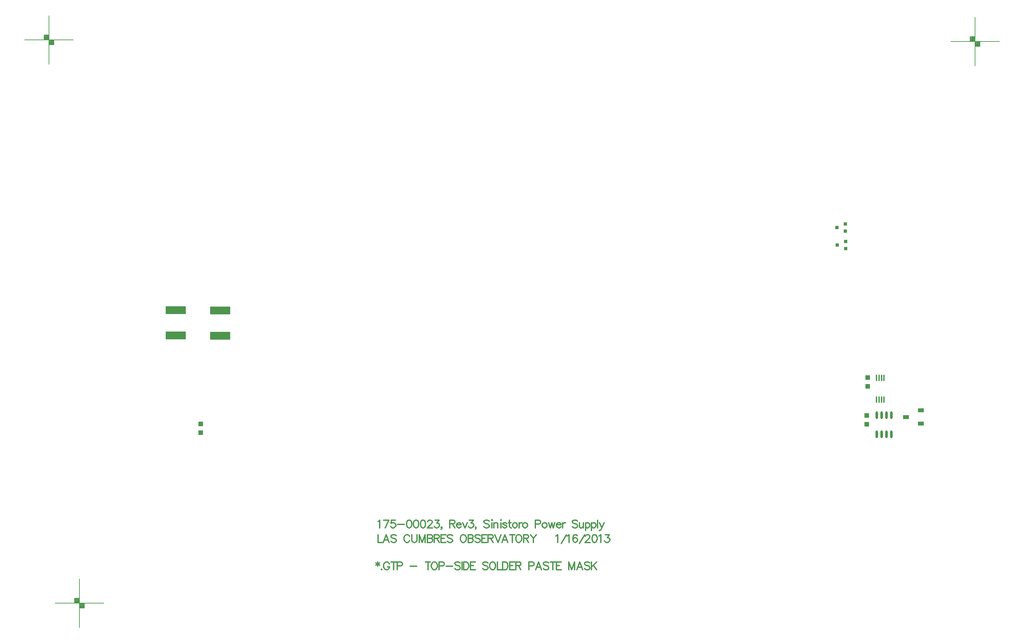
<source format=gtp>
%FSLAX23Y23*%
%MOIN*%
G70*
G01*
G75*
G04 Layer_Color=8421504*
%ADD10O,0.024X0.079*%
%ADD11R,0.209X0.079*%
%ADD12O,0.014X0.067*%
%ADD13R,0.059X0.039*%
%ADD14R,0.036X0.036*%
%ADD15R,0.050X0.050*%
%ADD16C,0.050*%
%ADD17C,0.007*%
%ADD18C,0.010*%
%ADD19C,0.025*%
%ADD20C,0.100*%
%ADD21C,0.020*%
%ADD22C,0.012*%
%ADD23C,0.008*%
%ADD24C,0.012*%
%ADD25C,0.012*%
%ADD26C,0.100*%
%ADD27R,0.100X0.100*%
%ADD28R,0.100X0.100*%
%ADD29C,0.020*%
%ADD30R,0.063X0.063*%
%ADD31C,0.063*%
%ADD32C,0.070*%
%ADD33C,0.079*%
%ADD34R,0.110X0.110*%
%ADD35C,0.110*%
%ADD36C,0.080*%
%ADD37C,0.065*%
%ADD38C,0.059*%
%ADD39R,0.059X0.059*%
%ADD40R,0.059X0.059*%
%ADD41C,0.120*%
%ADD42R,0.120X0.120*%
%ADD43R,0.079X0.079*%
%ADD44R,0.079X0.079*%
%ADD45C,0.157*%
%ADD46C,0.197*%
%ADD47C,0.024*%
%ADD48C,0.050*%
%ADD49C,0.040*%
%ADD50C,0.005*%
G04:AMPARAMS|DCode=51|XSize=120mil|YSize=120mil|CornerRadius=0mil|HoleSize=0mil|Usage=FLASHONLY|Rotation=0.000|XOffset=0mil|YOffset=0mil|HoleType=Round|Shape=Relief|Width=10mil|Gap=10mil|Entries=4|*
%AMTHD51*
7,0,0,0.120,0.100,0.010,45*
%
%ADD51THD51*%
%ADD52C,0.059*%
%ADD53C,0.060*%
%ADD54C,0.067*%
%ADD55C,0.091*%
%ADD56C,0.072*%
%ADD57C,0.170*%
G04:AMPARAMS|DCode=58|XSize=112mil|YSize=112mil|CornerRadius=0mil|HoleSize=0mil|Usage=FLASHONLY|Rotation=0.000|XOffset=0mil|YOffset=0mil|HoleType=Round|Shape=Relief|Width=10mil|Gap=10mil|Entries=4|*
%AMTHD58*
7,0,0,0.112,0.092,0.010,45*
%
%ADD58THD58*%
%ADD59C,0.059*%
%ADD60C,0.055*%
%ADD61C,0.090*%
G04:AMPARAMS|DCode=62|XSize=95.433mil|YSize=95.433mil|CornerRadius=0mil|HoleSize=0mil|Usage=FLASHONLY|Rotation=0.000|XOffset=0mil|YOffset=0mil|HoleType=Round|Shape=Relief|Width=10mil|Gap=10mil|Entries=4|*
%AMTHD62*
7,0,0,0.095,0.075,0.010,45*
%
%ADD62THD62*%
G04:AMPARAMS|DCode=63|XSize=107.244mil|YSize=107.244mil|CornerRadius=0mil|HoleSize=0mil|Usage=FLASHONLY|Rotation=0.000|XOffset=0mil|YOffset=0mil|HoleType=Round|Shape=Relief|Width=10mil|Gap=10mil|Entries=4|*
%AMTHD63*
7,0,0,0.107,0.087,0.010,45*
%
%ADD63THD63*%
%ADD64C,0.030*%
G04:AMPARAMS|DCode=65|XSize=100mil|YSize=100mil|CornerRadius=0mil|HoleSize=0mil|Usage=FLASHONLY|Rotation=0.000|XOffset=0mil|YOffset=0mil|HoleType=Round|Shape=Relief|Width=10mil|Gap=10mil|Entries=4|*
%AMTHD65*
7,0,0,0.100,0.080,0.010,45*
%
%ADD65THD65*%
%ADD66C,0.186*%
%ADD67C,0.125*%
%ADD68C,0.048*%
G04:AMPARAMS|DCode=69|XSize=88mil|YSize=88mil|CornerRadius=0mil|HoleSize=0mil|Usage=FLASHONLY|Rotation=0.000|XOffset=0mil|YOffset=0mil|HoleType=Round|Shape=Relief|Width=10mil|Gap=10mil|Entries=4|*
%AMTHD69*
7,0,0,0.088,0.068,0.010,45*
%
%ADD69THD69*%
G04:AMPARAMS|DCode=70|XSize=70mil|YSize=70mil|CornerRadius=0mil|HoleSize=0mil|Usage=FLASHONLY|Rotation=0.000|XOffset=0mil|YOffset=0mil|HoleType=Round|Shape=Relief|Width=10mil|Gap=10mil|Entries=4|*
%AMTHD70*
7,0,0,0.070,0.050,0.010,45*
%
%ADD70THD70*%
%ADD71C,0.008*%
G04:AMPARAMS|DCode=72|XSize=99.37mil|YSize=99.37mil|CornerRadius=0mil|HoleSize=0mil|Usage=FLASHONLY|Rotation=0.000|XOffset=0mil|YOffset=0mil|HoleType=Round|Shape=Relief|Width=10mil|Gap=10mil|Entries=4|*
%AMTHD72*
7,0,0,0.099,0.079,0.010,45*
%
%ADD72THD72*%
%ADD73R,0.075X0.037*%
%ADD74R,0.272X0.268*%
%ADD75R,0.035X0.037*%
%ADD76R,0.035X0.037*%
%ADD77R,0.102X0.094*%
%ADD78R,0.063X0.075*%
%ADD79R,0.050X0.050*%
%ADD80O,0.028X0.098*%
%ADD81R,0.036X0.032*%
%ADD82R,0.150X0.106*%
%ADD83R,0.036X0.036*%
%ADD84R,0.037X0.075*%
%ADD85R,0.268X0.272*%
%ADD86R,0.079X0.209*%
%ADD87R,0.032X0.036*%
%ADD88C,0.010*%
%ADD89C,0.020*%
%ADD90C,0.024*%
%ADD91C,0.010*%
%ADD92C,0.030*%
%ADD93C,0.015*%
%ADD94C,0.007*%
%ADD95C,0.006*%
%ADD96C,0.012*%
%ADD97C,0.006*%
%ADD98R,0.257X0.184*%
%ADD99R,0.043X0.008*%
D10*
X25086Y15811D02*
D03*
X25136D02*
D03*
X25186D02*
D03*
X25236D02*
D03*
X25086Y16008D02*
D03*
X25136D02*
D03*
X25186D02*
D03*
X25236D02*
D03*
D11*
X17879Y16829D02*
D03*
Y17089D02*
D03*
X18336Y16825D02*
D03*
Y17085D02*
D03*
D12*
X25083Y16168D02*
D03*
X25109D02*
D03*
X25134D02*
D03*
X25160D02*
D03*
X25083Y16392D02*
D03*
X25109D02*
D03*
X25134D02*
D03*
X25160D02*
D03*
D13*
X25538Y15921D02*
D03*
X25385Y15990D02*
D03*
X25538Y16059D02*
D03*
D14*
X24763Y17976D02*
D03*
X24677Y17939D02*
D03*
X24763Y17902D02*
D03*
X24764Y17723D02*
D03*
X24678Y17760D02*
D03*
X24764Y17797D02*
D03*
D15*
X18136Y15920D02*
D03*
Y15830D02*
D03*
X24991Y16395D02*
D03*
Y16305D02*
D03*
X24981Y16005D02*
D03*
Y15915D02*
D03*
D23*
X16640Y14077D02*
X17140D01*
X16890Y13827D02*
Y14327D01*
X16840Y14077D02*
Y14127D01*
X16890D01*
X16940Y14027D02*
Y14077D01*
X16890Y14027D02*
X16940D01*
X16895Y14072D02*
X16935D01*
Y14032D02*
Y14072D01*
X16895Y14032D02*
X16935D01*
X16895D02*
Y14072D01*
X16900Y14067D02*
X16930D01*
Y14037D02*
Y14067D01*
X16900Y14037D02*
X16930D01*
X16900D02*
Y14062D01*
X16905D02*
X16925D01*
Y14042D02*
Y14062D01*
X16905Y14042D02*
X16925D01*
X16905D02*
Y14057D01*
X16910D02*
X16920D01*
Y14047D02*
Y14057D01*
X16910Y14047D02*
X16920D01*
X16910D02*
Y14057D01*
Y14052D02*
X16920D01*
X16845Y14122D02*
X16885D01*
Y14082D02*
Y14122D01*
X16845Y14082D02*
X16885D01*
X16845D02*
Y14122D01*
X16850Y14117D02*
X16880D01*
Y14087D02*
Y14117D01*
X16850Y14087D02*
X16880D01*
X16850D02*
Y14112D01*
X16855D02*
X16875D01*
Y14092D02*
Y14112D01*
X16855Y14092D02*
X16875D01*
X16855D02*
Y14107D01*
X16860D02*
X16870D01*
Y14097D02*
Y14107D01*
X16860Y14097D02*
X16870D01*
X16860D02*
Y14107D01*
Y14102D02*
X16870D01*
X16327Y19868D02*
X16827D01*
X16577Y19618D02*
Y20118D01*
X16527Y19868D02*
Y19918D01*
X16577D01*
X16627Y19818D02*
Y19868D01*
X16577Y19818D02*
X16627D01*
X16582Y19863D02*
X16622D01*
Y19823D02*
Y19863D01*
X16582Y19823D02*
X16622D01*
X16582D02*
Y19863D01*
X16587Y19858D02*
X16617D01*
Y19828D02*
Y19858D01*
X16587Y19828D02*
X16617D01*
X16587D02*
Y19853D01*
X16592D02*
X16612D01*
Y19833D02*
Y19853D01*
X16592Y19833D02*
X16612D01*
X16592D02*
Y19848D01*
X16597D02*
X16607D01*
Y19838D02*
Y19848D01*
X16597Y19838D02*
X16607D01*
X16597D02*
Y19848D01*
Y19843D02*
X16607D01*
X16532Y19913D02*
X16572D01*
Y19873D02*
Y19913D01*
X16532Y19873D02*
X16572D01*
X16532D02*
Y19913D01*
X16537Y19908D02*
X16567D01*
Y19878D02*
Y19908D01*
X16537Y19878D02*
X16567D01*
X16537D02*
Y19903D01*
X16542D02*
X16562D01*
Y19883D02*
Y19903D01*
X16542Y19883D02*
X16562D01*
X16542D02*
Y19898D01*
X16547D02*
X16557D01*
Y19888D02*
Y19898D01*
X16547Y19888D02*
X16557D01*
X16547D02*
Y19898D01*
Y19893D02*
X16557D01*
X25846Y19852D02*
X26346D01*
X26096Y19602D02*
Y20102D01*
X26046Y19852D02*
Y19902D01*
X26096D01*
X26146Y19802D02*
Y19852D01*
X26096Y19802D02*
X26146D01*
X26101Y19847D02*
X26141D01*
Y19807D02*
Y19847D01*
X26101Y19807D02*
X26141D01*
X26101D02*
Y19847D01*
X26106Y19842D02*
X26136D01*
Y19812D02*
Y19842D01*
X26106Y19812D02*
X26136D01*
X26106D02*
Y19837D01*
X26111D02*
X26131D01*
Y19817D02*
Y19837D01*
X26111Y19817D02*
X26131D01*
X26111D02*
Y19832D01*
X26116D02*
X26126D01*
Y19822D02*
Y19832D01*
X26116Y19822D02*
X26126D01*
X26116D02*
Y19832D01*
Y19827D02*
X26126D01*
X26051Y19897D02*
X26091D01*
Y19857D02*
Y19897D01*
X26051Y19857D02*
X26091D01*
X26051D02*
Y19897D01*
X26056Y19892D02*
X26086D01*
Y19862D02*
Y19892D01*
X26056Y19862D02*
X26086D01*
X26056D02*
Y19887D01*
X26061D02*
X26081D01*
Y19867D02*
Y19887D01*
X26061Y19867D02*
X26081D01*
X26061D02*
Y19882D01*
X26066D02*
X26076D01*
Y19872D02*
Y19882D01*
X26066Y19872D02*
X26076D01*
X26066D02*
Y19882D01*
Y19877D02*
X26076D01*
D24*
X19956Y14499D02*
Y14454D01*
X19937Y14488D02*
X19975Y14465D01*
Y14488D02*
X19937Y14465D01*
X19995Y14427D02*
X19991Y14423D01*
X19995Y14419D01*
X19999Y14423D01*
X19995Y14427D01*
X20074Y14480D02*
X20070Y14488D01*
X20062Y14496D01*
X20055Y14499D01*
X20039D01*
X20032Y14496D01*
X20024Y14488D01*
X20020Y14480D01*
X20017Y14469D01*
Y14450D01*
X20020Y14439D01*
X20024Y14431D01*
X20032Y14423D01*
X20039Y14419D01*
X20055D01*
X20062Y14423D01*
X20070Y14431D01*
X20074Y14439D01*
Y14450D01*
X20055D02*
X20074D01*
X20119Y14499D02*
Y14419D01*
X20092Y14499D02*
X20145D01*
X20155Y14458D02*
X20189D01*
X20201Y14461D01*
X20204Y14465D01*
X20208Y14473D01*
Y14484D01*
X20204Y14492D01*
X20201Y14496D01*
X20189Y14499D01*
X20155D01*
Y14419D01*
X20289Y14454D02*
X20357D01*
X20471Y14499D02*
Y14419D01*
X20444Y14499D02*
X20497D01*
X20530D02*
X20522Y14496D01*
X20514Y14488D01*
X20511Y14480D01*
X20507Y14469D01*
Y14450D01*
X20511Y14439D01*
X20514Y14431D01*
X20522Y14423D01*
X20530Y14419D01*
X20545D01*
X20553Y14423D01*
X20560Y14431D01*
X20564Y14439D01*
X20568Y14450D01*
Y14469D01*
X20564Y14480D01*
X20560Y14488D01*
X20553Y14496D01*
X20545Y14499D01*
X20530D01*
X20586Y14458D02*
X20621D01*
X20632Y14461D01*
X20636Y14465D01*
X20640Y14473D01*
Y14484D01*
X20636Y14492D01*
X20632Y14496D01*
X20621Y14499D01*
X20586D01*
Y14419D01*
X20658Y14454D02*
X20726D01*
X20803Y14488D02*
X20795Y14496D01*
X20784Y14499D01*
X20769D01*
X20757Y14496D01*
X20750Y14488D01*
Y14480D01*
X20754Y14473D01*
X20757Y14469D01*
X20765Y14465D01*
X20788Y14458D01*
X20795Y14454D01*
X20799Y14450D01*
X20803Y14442D01*
Y14431D01*
X20795Y14423D01*
X20784Y14419D01*
X20769D01*
X20757Y14423D01*
X20750Y14431D01*
X20821Y14499D02*
Y14419D01*
X20838Y14499D02*
Y14419D01*
Y14499D02*
X20864D01*
X20876Y14496D01*
X20883Y14488D01*
X20887Y14480D01*
X20891Y14469D01*
Y14450D01*
X20887Y14439D01*
X20883Y14431D01*
X20876Y14423D01*
X20864Y14419D01*
X20838D01*
X20959Y14499D02*
X20909D01*
Y14419D01*
X20959D01*
X20909Y14461D02*
X20939D01*
X21088Y14488D02*
X21080Y14496D01*
X21069Y14499D01*
X21054D01*
X21042Y14496D01*
X21035Y14488D01*
Y14480D01*
X21038Y14473D01*
X21042Y14469D01*
X21050Y14465D01*
X21073Y14458D01*
X21080Y14454D01*
X21084Y14450D01*
X21088Y14442D01*
Y14431D01*
X21080Y14423D01*
X21069Y14419D01*
X21054D01*
X21042Y14423D01*
X21035Y14431D01*
X21129Y14499D02*
X21121Y14496D01*
X21114Y14488D01*
X21110Y14480D01*
X21106Y14469D01*
Y14450D01*
X21110Y14439D01*
X21114Y14431D01*
X21121Y14423D01*
X21129Y14419D01*
X21144D01*
X21152Y14423D01*
X21159Y14431D01*
X21163Y14439D01*
X21167Y14450D01*
Y14469D01*
X21163Y14480D01*
X21159Y14488D01*
X21152Y14496D01*
X21144Y14499D01*
X21129D01*
X21186D02*
Y14419D01*
X21231D01*
X21240Y14499D02*
Y14419D01*
Y14499D02*
X21267D01*
X21278Y14496D01*
X21286Y14488D01*
X21289Y14480D01*
X21293Y14469D01*
Y14450D01*
X21289Y14439D01*
X21286Y14431D01*
X21278Y14423D01*
X21267Y14419D01*
X21240D01*
X21361Y14499D02*
X21311D01*
Y14419D01*
X21361D01*
X21311Y14461D02*
X21342D01*
X21374Y14499D02*
Y14419D01*
Y14499D02*
X21408D01*
X21420Y14496D01*
X21424Y14492D01*
X21427Y14484D01*
Y14477D01*
X21424Y14469D01*
X21420Y14465D01*
X21408Y14461D01*
X21374D01*
X21401D02*
X21427Y14419D01*
X21508Y14458D02*
X21542D01*
X21554Y14461D01*
X21558Y14465D01*
X21561Y14473D01*
Y14484D01*
X21558Y14492D01*
X21554Y14496D01*
X21542Y14499D01*
X21508D01*
Y14419D01*
X21640D02*
X21610Y14499D01*
X21579Y14419D01*
X21591Y14446D02*
X21629D01*
X21712Y14488D02*
X21705Y14496D01*
X21693Y14499D01*
X21678D01*
X21667Y14496D01*
X21659Y14488D01*
Y14480D01*
X21663Y14473D01*
X21667Y14469D01*
X21674Y14465D01*
X21697Y14458D01*
X21705Y14454D01*
X21708Y14450D01*
X21712Y14442D01*
Y14431D01*
X21705Y14423D01*
X21693Y14419D01*
X21678D01*
X21667Y14423D01*
X21659Y14431D01*
X21757Y14499D02*
Y14419D01*
X21730Y14499D02*
X21783D01*
X21843D02*
X21793D01*
Y14419D01*
X21843D01*
X21793Y14461D02*
X21823D01*
X21919Y14499D02*
Y14419D01*
Y14499D02*
X21949Y14419D01*
X21980Y14499D02*
X21949Y14419D01*
X21980Y14499D02*
Y14419D01*
X22063D02*
X22033Y14499D01*
X22002Y14419D01*
X22014Y14446D02*
X22052D01*
X22135Y14488D02*
X22128Y14496D01*
X22116Y14499D01*
X22101D01*
X22090Y14496D01*
X22082Y14488D01*
Y14480D01*
X22086Y14473D01*
X22090Y14469D01*
X22097Y14465D01*
X22120Y14458D01*
X22128Y14454D01*
X22132Y14450D01*
X22135Y14442D01*
Y14431D01*
X22128Y14423D01*
X22116Y14419D01*
X22101D01*
X22090Y14423D01*
X22082Y14431D01*
X22153Y14499D02*
Y14419D01*
X22207Y14499D02*
X22153Y14446D01*
X22172Y14465D02*
X22207Y14419D01*
X19958Y14915D02*
X19966Y14919D01*
X19977Y14930D01*
Y14850D01*
X20070Y14930D02*
X20032Y14850D01*
X20017Y14930D02*
X20070D01*
X20134D02*
X20096D01*
X20092Y14896D01*
X20096Y14900D01*
X20107Y14903D01*
X20118D01*
X20130Y14900D01*
X20137Y14892D01*
X20141Y14881D01*
Y14873D01*
X20137Y14861D01*
X20130Y14854D01*
X20118Y14850D01*
X20107D01*
X20096Y14854D01*
X20092Y14858D01*
X20088Y14865D01*
X20159Y14884D02*
X20228D01*
X20274Y14930D02*
X20263Y14926D01*
X20255Y14915D01*
X20251Y14896D01*
Y14884D01*
X20255Y14865D01*
X20263Y14854D01*
X20274Y14850D01*
X20282D01*
X20293Y14854D01*
X20301Y14865D01*
X20305Y14884D01*
Y14896D01*
X20301Y14915D01*
X20293Y14926D01*
X20282Y14930D01*
X20274D01*
X20345D02*
X20334Y14926D01*
X20326Y14915D01*
X20323Y14896D01*
Y14884D01*
X20326Y14865D01*
X20334Y14854D01*
X20345Y14850D01*
X20353D01*
X20364Y14854D01*
X20372Y14865D01*
X20376Y14884D01*
Y14896D01*
X20372Y14915D01*
X20364Y14926D01*
X20353Y14930D01*
X20345D01*
X20417D02*
X20405Y14926D01*
X20398Y14915D01*
X20394Y14896D01*
Y14884D01*
X20398Y14865D01*
X20405Y14854D01*
X20417Y14850D01*
X20424D01*
X20436Y14854D01*
X20443Y14865D01*
X20447Y14884D01*
Y14896D01*
X20443Y14915D01*
X20436Y14926D01*
X20424Y14930D01*
X20417D01*
X20469Y14911D02*
Y14915D01*
X20473Y14922D01*
X20476Y14926D01*
X20484Y14930D01*
X20499D01*
X20507Y14926D01*
X20511Y14922D01*
X20515Y14915D01*
Y14907D01*
X20511Y14900D01*
X20503Y14888D01*
X20465Y14850D01*
X20518D01*
X20544Y14930D02*
X20586D01*
X20563Y14900D01*
X20574D01*
X20582Y14896D01*
X20586Y14892D01*
X20590Y14881D01*
Y14873D01*
X20586Y14861D01*
X20578Y14854D01*
X20567Y14850D01*
X20555D01*
X20544Y14854D01*
X20540Y14858D01*
X20536Y14865D01*
X20615Y14854D02*
X20611Y14850D01*
X20607Y14854D01*
X20611Y14858D01*
X20615Y14854D01*
Y14846D01*
X20611Y14839D01*
X20607Y14835D01*
X20695Y14930D02*
Y14850D01*
Y14930D02*
X20730D01*
X20741Y14926D01*
X20745Y14922D01*
X20749Y14915D01*
Y14907D01*
X20745Y14900D01*
X20741Y14896D01*
X20730Y14892D01*
X20695D01*
X20722D02*
X20749Y14850D01*
X20767Y14881D02*
X20812D01*
Y14888D01*
X20809Y14896D01*
X20805Y14900D01*
X20797Y14903D01*
X20786D01*
X20778Y14900D01*
X20770Y14892D01*
X20767Y14881D01*
Y14873D01*
X20770Y14861D01*
X20778Y14854D01*
X20786Y14850D01*
X20797D01*
X20805Y14854D01*
X20812Y14861D01*
X20829Y14903D02*
X20852Y14850D01*
X20875Y14903D02*
X20852Y14850D01*
X20896Y14930D02*
X20938D01*
X20915Y14900D01*
X20926D01*
X20934Y14896D01*
X20938Y14892D01*
X20941Y14881D01*
Y14873D01*
X20938Y14861D01*
X20930Y14854D01*
X20919Y14850D01*
X20907D01*
X20896Y14854D01*
X20892Y14858D01*
X20888Y14865D01*
X20967Y14854D02*
X20963Y14850D01*
X20959Y14854D01*
X20963Y14858D01*
X20967Y14854D01*
Y14846D01*
X20963Y14839D01*
X20959Y14835D01*
X21101Y14919D02*
X21093Y14926D01*
X21082Y14930D01*
X21066D01*
X21055Y14926D01*
X21047Y14919D01*
Y14911D01*
X21051Y14903D01*
X21055Y14900D01*
X21063Y14896D01*
X21085Y14888D01*
X21093Y14884D01*
X21097Y14881D01*
X21101Y14873D01*
Y14861D01*
X21093Y14854D01*
X21082Y14850D01*
X21066D01*
X21055Y14854D01*
X21047Y14861D01*
X21126Y14930D02*
X21130Y14926D01*
X21134Y14930D01*
X21130Y14934D01*
X21126Y14930D01*
X21130Y14903D02*
Y14850D01*
X21148Y14903D02*
Y14850D01*
Y14888D02*
X21159Y14900D01*
X21167Y14903D01*
X21178D01*
X21186Y14900D01*
X21190Y14888D01*
Y14850D01*
X21218Y14930D02*
X21222Y14926D01*
X21226Y14930D01*
X21222Y14934D01*
X21218Y14930D01*
X21222Y14903D02*
Y14850D01*
X21282Y14892D02*
X21278Y14900D01*
X21267Y14903D01*
X21255D01*
X21244Y14900D01*
X21240Y14892D01*
X21244Y14884D01*
X21251Y14881D01*
X21271Y14877D01*
X21278Y14873D01*
X21282Y14865D01*
Y14861D01*
X21278Y14854D01*
X21267Y14850D01*
X21255D01*
X21244Y14854D01*
X21240Y14861D01*
X21310Y14930D02*
Y14865D01*
X21314Y14854D01*
X21322Y14850D01*
X21329D01*
X21299Y14903D02*
X21325D01*
X21360D02*
X21352Y14900D01*
X21344Y14892D01*
X21341Y14881D01*
Y14873D01*
X21344Y14861D01*
X21352Y14854D01*
X21360Y14850D01*
X21371D01*
X21379Y14854D01*
X21386Y14861D01*
X21390Y14873D01*
Y14881D01*
X21386Y14892D01*
X21379Y14900D01*
X21371Y14903D01*
X21360D01*
X21408D02*
Y14850D01*
Y14881D02*
X21411Y14892D01*
X21419Y14900D01*
X21427Y14903D01*
X21438D01*
X21464D02*
X21457Y14900D01*
X21449Y14892D01*
X21445Y14881D01*
Y14873D01*
X21449Y14861D01*
X21457Y14854D01*
X21464Y14850D01*
X21476D01*
X21483Y14854D01*
X21491Y14861D01*
X21495Y14873D01*
Y14881D01*
X21491Y14892D01*
X21483Y14900D01*
X21476Y14903D01*
X21464D01*
X21575Y14888D02*
X21610D01*
X21621Y14892D01*
X21625Y14896D01*
X21629Y14903D01*
Y14915D01*
X21625Y14922D01*
X21621Y14926D01*
X21610Y14930D01*
X21575D01*
Y14850D01*
X21665Y14903D02*
X21658Y14900D01*
X21650Y14892D01*
X21646Y14881D01*
Y14873D01*
X21650Y14861D01*
X21658Y14854D01*
X21665Y14850D01*
X21677D01*
X21685Y14854D01*
X21692Y14861D01*
X21696Y14873D01*
Y14881D01*
X21692Y14892D01*
X21685Y14900D01*
X21677Y14903D01*
X21665D01*
X21713D02*
X21729Y14850D01*
X21744Y14903D02*
X21729Y14850D01*
X21744Y14903D02*
X21759Y14850D01*
X21774Y14903D02*
X21759Y14850D01*
X21793Y14881D02*
X21839D01*
Y14888D01*
X21835Y14896D01*
X21831Y14900D01*
X21824Y14903D01*
X21812D01*
X21805Y14900D01*
X21797Y14892D01*
X21793Y14881D01*
Y14873D01*
X21797Y14861D01*
X21805Y14854D01*
X21812Y14850D01*
X21824D01*
X21831Y14854D01*
X21839Y14861D01*
X21856Y14903D02*
Y14850D01*
Y14881D02*
X21860Y14892D01*
X21867Y14900D01*
X21875Y14903D01*
X21886D01*
X22010Y14919D02*
X22002Y14926D01*
X21991Y14930D01*
X21976D01*
X21964Y14926D01*
X21956Y14919D01*
Y14911D01*
X21960Y14903D01*
X21964Y14900D01*
X21972Y14896D01*
X21995Y14888D01*
X22002Y14884D01*
X22006Y14881D01*
X22010Y14873D01*
Y14861D01*
X22002Y14854D01*
X21991Y14850D01*
X21976D01*
X21964Y14854D01*
X21956Y14861D01*
X22028Y14903D02*
Y14865D01*
X22032Y14854D01*
X22039Y14850D01*
X22051D01*
X22058Y14854D01*
X22070Y14865D01*
Y14903D02*
Y14850D01*
X22091Y14903D02*
Y14823D01*
Y14892D02*
X22098Y14900D01*
X22106Y14903D01*
X22117D01*
X22125Y14900D01*
X22132Y14892D01*
X22136Y14881D01*
Y14873D01*
X22132Y14861D01*
X22125Y14854D01*
X22117Y14850D01*
X22106D01*
X22098Y14854D01*
X22091Y14861D01*
X22153Y14903D02*
Y14823D01*
Y14892D02*
X22161Y14900D01*
X22169Y14903D01*
X22180D01*
X22188Y14900D01*
X22195Y14892D01*
X22199Y14881D01*
Y14873D01*
X22195Y14861D01*
X22188Y14854D01*
X22180Y14850D01*
X22169D01*
X22161Y14854D01*
X22153Y14861D01*
X22216Y14930D02*
Y14850D01*
X22237Y14903D02*
X22260Y14850D01*
X22283Y14903D02*
X22260Y14850D01*
X22252Y14835D01*
X22244Y14827D01*
X22237Y14823D01*
X22233D01*
D25*
X19958Y14780D02*
Y14700D01*
X20004D01*
X20073D02*
X20043Y14780D01*
X20013Y14700D01*
X20024Y14727D02*
X20062D01*
X20145Y14769D02*
X20138Y14776D01*
X20126Y14780D01*
X20111D01*
X20100Y14776D01*
X20092Y14769D01*
Y14761D01*
X20096Y14753D01*
X20100Y14750D01*
X20107Y14746D01*
X20130Y14738D01*
X20138Y14734D01*
X20142Y14731D01*
X20145Y14723D01*
Y14711D01*
X20138Y14704D01*
X20126Y14700D01*
X20111D01*
X20100Y14704D01*
X20092Y14711D01*
X20283Y14761D02*
X20280Y14769D01*
X20272Y14776D01*
X20264Y14780D01*
X20249D01*
X20241Y14776D01*
X20234Y14769D01*
X20230Y14761D01*
X20226Y14750D01*
Y14731D01*
X20230Y14719D01*
X20234Y14711D01*
X20241Y14704D01*
X20249Y14700D01*
X20264D01*
X20272Y14704D01*
X20280Y14711D01*
X20283Y14719D01*
X20306Y14780D02*
Y14723D01*
X20310Y14711D01*
X20317Y14704D01*
X20329Y14700D01*
X20336D01*
X20348Y14704D01*
X20355Y14711D01*
X20359Y14723D01*
Y14780D01*
X20381D02*
Y14700D01*
Y14780D02*
X20412Y14700D01*
X20442Y14780D02*
X20412Y14700D01*
X20442Y14780D02*
Y14700D01*
X20465Y14780D02*
Y14700D01*
Y14780D02*
X20499D01*
X20511Y14776D01*
X20515Y14772D01*
X20518Y14765D01*
Y14757D01*
X20515Y14750D01*
X20511Y14746D01*
X20499Y14742D01*
X20465D02*
X20499D01*
X20511Y14738D01*
X20515Y14734D01*
X20518Y14727D01*
Y14715D01*
X20515Y14708D01*
X20511Y14704D01*
X20499Y14700D01*
X20465D01*
X20536Y14780D02*
Y14700D01*
Y14780D02*
X20570D01*
X20582Y14776D01*
X20586Y14772D01*
X20590Y14765D01*
Y14757D01*
X20586Y14750D01*
X20582Y14746D01*
X20570Y14742D01*
X20536D01*
X20563D02*
X20590Y14700D01*
X20657Y14780D02*
X20607D01*
Y14700D01*
X20657D01*
X20607Y14742D02*
X20638D01*
X20724Y14769D02*
X20716Y14776D01*
X20705Y14780D01*
X20689D01*
X20678Y14776D01*
X20670Y14769D01*
Y14761D01*
X20674Y14753D01*
X20678Y14750D01*
X20686Y14746D01*
X20708Y14738D01*
X20716Y14734D01*
X20720Y14731D01*
X20724Y14723D01*
Y14711D01*
X20716Y14704D01*
X20705Y14700D01*
X20689D01*
X20678Y14704D01*
X20670Y14711D01*
X20827Y14780D02*
X20820Y14776D01*
X20812Y14769D01*
X20808Y14761D01*
X20804Y14750D01*
Y14731D01*
X20808Y14719D01*
X20812Y14711D01*
X20820Y14704D01*
X20827Y14700D01*
X20842D01*
X20850Y14704D01*
X20858Y14711D01*
X20861Y14719D01*
X20865Y14731D01*
Y14750D01*
X20861Y14761D01*
X20858Y14769D01*
X20850Y14776D01*
X20842Y14780D01*
X20827D01*
X20884D02*
Y14700D01*
Y14780D02*
X20918D01*
X20930Y14776D01*
X20933Y14772D01*
X20937Y14765D01*
Y14757D01*
X20933Y14750D01*
X20930Y14746D01*
X20918Y14742D01*
X20884D02*
X20918D01*
X20930Y14738D01*
X20933Y14734D01*
X20937Y14727D01*
Y14715D01*
X20933Y14708D01*
X20930Y14704D01*
X20918Y14700D01*
X20884D01*
X21008Y14769D02*
X21001Y14776D01*
X20989Y14780D01*
X20974D01*
X20963Y14776D01*
X20955Y14769D01*
Y14761D01*
X20959Y14753D01*
X20963Y14750D01*
X20970Y14746D01*
X20993Y14738D01*
X21001Y14734D01*
X21005Y14731D01*
X21008Y14723D01*
Y14711D01*
X21001Y14704D01*
X20989Y14700D01*
X20974D01*
X20963Y14704D01*
X20955Y14711D01*
X21076Y14780D02*
X21026D01*
Y14700D01*
X21076D01*
X21026Y14742D02*
X21057D01*
X21089Y14780D02*
Y14700D01*
Y14780D02*
X21124D01*
X21135Y14776D01*
X21139Y14772D01*
X21143Y14765D01*
Y14757D01*
X21139Y14750D01*
X21135Y14746D01*
X21124Y14742D01*
X21089D01*
X21116D02*
X21143Y14700D01*
X21160Y14780D02*
X21191Y14700D01*
X21221Y14780D02*
X21191Y14700D01*
X21293D02*
X21262Y14780D01*
X21232Y14700D01*
X21243Y14727D02*
X21281D01*
X21338Y14780D02*
Y14700D01*
X21311Y14780D02*
X21365D01*
X21397D02*
X21389Y14776D01*
X21382Y14769D01*
X21378Y14761D01*
X21374Y14750D01*
Y14731D01*
X21378Y14719D01*
X21382Y14711D01*
X21389Y14704D01*
X21397Y14700D01*
X21412D01*
X21420Y14704D01*
X21427Y14711D01*
X21431Y14719D01*
X21435Y14731D01*
Y14750D01*
X21431Y14761D01*
X21427Y14769D01*
X21420Y14776D01*
X21412Y14780D01*
X21397D01*
X21454D02*
Y14700D01*
Y14780D02*
X21488D01*
X21499Y14776D01*
X21503Y14772D01*
X21507Y14765D01*
Y14757D01*
X21503Y14750D01*
X21499Y14746D01*
X21488Y14742D01*
X21454D01*
X21480D02*
X21507Y14700D01*
X21525Y14780D02*
X21555Y14742D01*
Y14700D01*
X21586Y14780D02*
X21555Y14742D01*
X21785Y14765D02*
X21792Y14769D01*
X21804Y14780D01*
Y14700D01*
X21843Y14689D02*
X21897Y14780D01*
X21902Y14765D02*
X21910Y14769D01*
X21921Y14780D01*
Y14700D01*
X22006Y14769D02*
X22003Y14776D01*
X21991Y14780D01*
X21984D01*
X21972Y14776D01*
X21964Y14765D01*
X21961Y14746D01*
Y14727D01*
X21964Y14711D01*
X21972Y14704D01*
X21984Y14700D01*
X21987D01*
X21999Y14704D01*
X22006Y14711D01*
X22010Y14723D01*
Y14727D01*
X22006Y14738D01*
X21999Y14746D01*
X21987Y14750D01*
X21984D01*
X21972Y14746D01*
X21964Y14738D01*
X21961Y14727D01*
X22028Y14689D02*
X22081Y14780D01*
X22090Y14761D02*
Y14765D01*
X22094Y14772D01*
X22098Y14776D01*
X22105Y14780D01*
X22121D01*
X22128Y14776D01*
X22132Y14772D01*
X22136Y14765D01*
Y14757D01*
X22132Y14750D01*
X22124Y14738D01*
X22086Y14700D01*
X22140D01*
X22180Y14780D02*
X22169Y14776D01*
X22161Y14765D01*
X22158Y14746D01*
Y14734D01*
X22161Y14715D01*
X22169Y14704D01*
X22180Y14700D01*
X22188D01*
X22199Y14704D01*
X22207Y14715D01*
X22211Y14734D01*
Y14746D01*
X22207Y14765D01*
X22199Y14776D01*
X22188Y14780D01*
X22180D01*
X22229Y14765D02*
X22236Y14769D01*
X22248Y14780D01*
Y14700D01*
X22295Y14780D02*
X22337D01*
X22314Y14750D01*
X22326D01*
X22333Y14746D01*
X22337Y14742D01*
X22341Y14731D01*
Y14723D01*
X22337Y14711D01*
X22329Y14704D01*
X22318Y14700D01*
X22307D01*
X22295Y14704D01*
X22291Y14708D01*
X22287Y14715D01*
M02*

</source>
